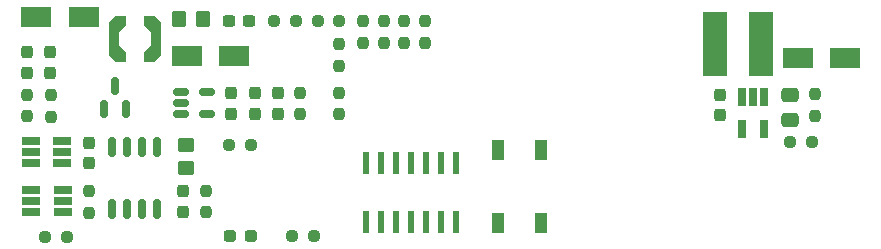
<source format=gbr>
%TF.GenerationSoftware,KiCad,Pcbnew,7.0.6-0*%
%TF.CreationDate,2023-12-30T16:30:28+00:00*%
%TF.ProjectId,smoke_extractorV1_1,736d6f6b-655f-4657-9874-726163746f72,rev?*%
%TF.SameCoordinates,Original*%
%TF.FileFunction,Paste,Top*%
%TF.FilePolarity,Positive*%
%FSLAX46Y46*%
G04 Gerber Fmt 4.6, Leading zero omitted, Abs format (unit mm)*
G04 Created by KiCad (PCBNEW 7.0.6-0) date 2023-12-30 16:30:28*
%MOMM*%
%LPD*%
G01*
G04 APERTURE LIST*
G04 Aperture macros list*
%AMRoundRect*
0 Rectangle with rounded corners*
0 $1 Rounding radius*
0 $2 $3 $4 $5 $6 $7 $8 $9 X,Y pos of 4 corners*
0 Add a 4 corners polygon primitive as box body*
4,1,4,$2,$3,$4,$5,$6,$7,$8,$9,$2,$3,0*
0 Add four circle primitives for the rounded corners*
1,1,$1+$1,$2,$3*
1,1,$1+$1,$4,$5*
1,1,$1+$1,$6,$7*
1,1,$1+$1,$8,$9*
0 Add four rect primitives between the rounded corners*
20,1,$1+$1,$2,$3,$4,$5,0*
20,1,$1+$1,$4,$5,$6,$7,0*
20,1,$1+$1,$6,$7,$8,$9,0*
20,1,$1+$1,$8,$9,$2,$3,0*%
%AMFreePoly0*
4,1,11,1.015000,1.170000,0.435000,0.575000,0.435000,-0.575000,1.015000,-1.170000,1.015000,-1.945000,0.125000,-1.945000,-0.435000,-1.395000,-0.435000,1.395000,0.125000,1.945000,1.015000,1.945000,1.015000,1.170000,1.015000,1.170000,$1*%
%AMFreePoly1*
4,1,11,0.435000,1.395000,0.435000,-1.395000,-0.125000,-1.945000,-1.015000,-1.945000,-1.015000,-1.170000,-0.435000,-0.575000,-0.435000,0.575000,-1.015000,1.170000,-1.015000,1.945000,-0.125000,1.945000,0.435000,1.395000,0.435000,1.395000,$1*%
G04 Aperture macros list end*
%ADD10RoundRect,0.237500X-0.237500X0.300000X-0.237500X-0.300000X0.237500X-0.300000X0.237500X0.300000X0*%
%ADD11RoundRect,0.237500X-0.237500X0.250000X-0.237500X-0.250000X0.237500X-0.250000X0.237500X0.250000X0*%
%ADD12RoundRect,0.237500X0.237500X-0.250000X0.237500X0.250000X-0.237500X0.250000X-0.237500X-0.250000X0*%
%ADD13RoundRect,0.237500X-0.300000X-0.237500X0.300000X-0.237500X0.300000X0.237500X-0.300000X0.237500X0*%
%ADD14RoundRect,0.250000X-0.475000X0.337500X-0.475000X-0.337500X0.475000X-0.337500X0.475000X0.337500X0*%
%ADD15RoundRect,0.237500X-0.250000X-0.237500X0.250000X-0.237500X0.250000X0.237500X-0.250000X0.237500X0*%
%ADD16RoundRect,0.150000X-0.512500X-0.150000X0.512500X-0.150000X0.512500X0.150000X-0.512500X0.150000X0*%
%ADD17R,2.500000X1.800000*%
%ADD18RoundRect,0.237500X0.287500X0.237500X-0.287500X0.237500X-0.287500X-0.237500X0.287500X-0.237500X0*%
%ADD19RoundRect,0.237500X0.237500X-0.287500X0.237500X0.287500X-0.237500X0.287500X-0.237500X-0.287500X0*%
%ADD20R,0.650000X1.560000*%
%ADD21R,1.560000X0.650000*%
%ADD22RoundRect,0.150000X0.150000X-0.587500X0.150000X0.587500X-0.150000X0.587500X-0.150000X-0.587500X0*%
%ADD23RoundRect,0.250000X-0.450000X0.350000X-0.450000X-0.350000X0.450000X-0.350000X0.450000X0.350000X0*%
%ADD24RoundRect,0.237500X0.237500X-0.300000X0.237500X0.300000X-0.237500X0.300000X-0.237500X-0.300000X0*%
%ADD25RoundRect,0.150000X0.150000X-0.675000X0.150000X0.675000X-0.150000X0.675000X-0.150000X-0.675000X0*%
%ADD26RoundRect,0.250000X-0.350000X-0.450000X0.350000X-0.450000X0.350000X0.450000X-0.350000X0.450000X0*%
%ADD27R,1.100000X1.800000*%
%ADD28RoundRect,0.237500X0.250000X0.237500X-0.250000X0.237500X-0.250000X-0.237500X0.250000X-0.237500X0*%
%ADD29FreePoly0,0.000000*%
%ADD30FreePoly1,0.000000*%
%ADD31R,0.508000X1.981200*%
%ADD32R,2.150000X5.500000*%
G04 APERTURE END LIST*
D10*
%TO.C,C4*%
X88850000Y-81093988D03*
X88850000Y-82818988D03*
%TD*%
D11*
%TO.C,R19*%
X71575000Y-81237500D03*
X71575000Y-83062500D03*
%TD*%
D12*
%TO.C,R14*%
X99750000Y-76812500D03*
X99750000Y-74987500D03*
%TD*%
D13*
%TO.C,C2*%
X86632137Y-75000000D03*
X88357137Y-75000000D03*
%TD*%
D12*
%TO.C,R13*%
X101500000Y-76812500D03*
X101500000Y-74987500D03*
%TD*%
D14*
%TO.C,C8*%
X134200000Y-81262500D03*
X134200000Y-83337500D03*
%TD*%
D15*
%TO.C,R23*%
X71087500Y-93300000D03*
X72912500Y-93300000D03*
%TD*%
D16*
%TO.C,U4*%
X82557137Y-80973920D03*
X82557137Y-81923920D03*
X82557137Y-82873920D03*
X84832137Y-82873920D03*
X84832137Y-80973920D03*
%TD*%
D17*
%TO.C,D6*%
X87121657Y-77900109D03*
X83121657Y-77900109D03*
%TD*%
D10*
%TO.C,C1*%
X74775381Y-85312500D03*
X74775381Y-87037500D03*
%TD*%
D17*
%TO.C,D10*%
X138849139Y-78100000D03*
X134849139Y-78100000D03*
%TD*%
D18*
%TO.C,D1*%
X88487500Y-93200000D03*
X86737500Y-93200000D03*
%TD*%
D19*
%TO.C,D7*%
X69525000Y-79350000D03*
X69525000Y-77600000D03*
%TD*%
D20*
%TO.C,U7*%
X132000000Y-81450000D03*
X131050000Y-81450000D03*
X130100000Y-81450000D03*
X130100000Y-84150000D03*
X132000000Y-84150000D03*
%TD*%
D12*
%TO.C,R15*%
X98000000Y-76812500D03*
X98000000Y-74987500D03*
%TD*%
D10*
%TO.C,C7*%
X82785587Y-89387500D03*
X82785587Y-91112500D03*
%TD*%
D17*
%TO.C,D9*%
X74350000Y-74600000D03*
X70350000Y-74600000D03*
%TD*%
D21*
%TO.C,IC1*%
X72600000Y-91141253D03*
X72600000Y-90191253D03*
X72600000Y-89241253D03*
X69900000Y-89241253D03*
X69900000Y-90191253D03*
X69900000Y-91141253D03*
%TD*%
D22*
%TO.C,Q1*%
X76079077Y-82385799D03*
X77979077Y-82385799D03*
X77029077Y-80510799D03*
%TD*%
D21*
%TO.C,U8*%
X69864032Y-85131971D03*
X69864032Y-86081971D03*
X69864032Y-87031971D03*
X72564032Y-87031971D03*
X72564032Y-86081971D03*
X72564032Y-85131971D03*
%TD*%
D23*
%TO.C,R20*%
X83000000Y-85448628D03*
X83000000Y-87448628D03*
%TD*%
D24*
%TO.C,C6*%
X128200000Y-82950000D03*
X128200000Y-81225000D03*
%TD*%
D11*
%TO.C,R5*%
X92656381Y-81031852D03*
X92656381Y-82856852D03*
%TD*%
D19*
%TO.C,D8*%
X71525000Y-79350000D03*
X71525000Y-77600000D03*
%TD*%
D11*
%TO.C,R3*%
X96000000Y-76925000D03*
X96000000Y-78750000D03*
%TD*%
%TO.C,R21*%
X136250000Y-81187500D03*
X136250000Y-83012500D03*
%TD*%
D25*
%TO.C,U5*%
X76730000Y-90873628D03*
X78000000Y-90873628D03*
X79270000Y-90873628D03*
X80540000Y-90873628D03*
X80540000Y-85623628D03*
X79270000Y-85623628D03*
X78000000Y-85623628D03*
X76730000Y-85623628D03*
%TD*%
D26*
%TO.C,R17*%
X82450000Y-74780000D03*
X84450000Y-74780000D03*
%TD*%
D10*
%TO.C,C3*%
X90850000Y-81093988D03*
X90850000Y-82818988D03*
%TD*%
D12*
%TO.C,R16*%
X74800000Y-91200000D03*
X74800000Y-89375000D03*
%TD*%
D27*
%TO.C,SW1*%
X109400000Y-92100000D03*
X109400000Y-85900000D03*
X113100000Y-92100000D03*
X113100000Y-85900000D03*
%TD*%
D11*
%TO.C,R11*%
X84700000Y-89337500D03*
X84700000Y-91162500D03*
%TD*%
D28*
%TO.C,R22*%
X136012500Y-85200000D03*
X134187500Y-85200000D03*
%TD*%
D11*
%TO.C,R4*%
X96000000Y-81031852D03*
X96000000Y-82856852D03*
%TD*%
D15*
%TO.C,R9*%
X92000000Y-93200000D03*
X93825000Y-93200000D03*
%TD*%
D28*
%TO.C,R10*%
X88525000Y-85500000D03*
X86700000Y-85500000D03*
%TD*%
D15*
%TO.C,R1*%
X90500000Y-75000000D03*
X92325000Y-75000000D03*
%TD*%
D10*
%TO.C,C5*%
X86850000Y-81087500D03*
X86850000Y-82812500D03*
%TD*%
D12*
%TO.C,R12*%
X103250000Y-76812500D03*
X103250000Y-74987500D03*
%TD*%
D29*
%TO.C,L2*%
X76935000Y-76500000D03*
D30*
X80465000Y-76500000D03*
%TD*%
D31*
%TO.C,U3*%
X105910000Y-87036200D03*
X104640000Y-87036200D03*
X103370000Y-87036200D03*
X102100000Y-87036200D03*
X100830000Y-87036200D03*
X99560000Y-87036200D03*
X98290000Y-87036200D03*
X98290000Y-91963800D03*
X99560000Y-91963800D03*
X100830000Y-91963800D03*
X102100000Y-91963800D03*
X103370000Y-91963800D03*
X104640000Y-91963800D03*
X105910000Y-91963800D03*
%TD*%
D32*
%TO.C,L1*%
X127820000Y-76900000D03*
X131680000Y-76900000D03*
%TD*%
D15*
%TO.C,R2*%
X94175000Y-75000000D03*
X96000000Y-75000000D03*
%TD*%
D11*
%TO.C,R18*%
X69550000Y-81212500D03*
X69550000Y-83037500D03*
%TD*%
M02*

</source>
